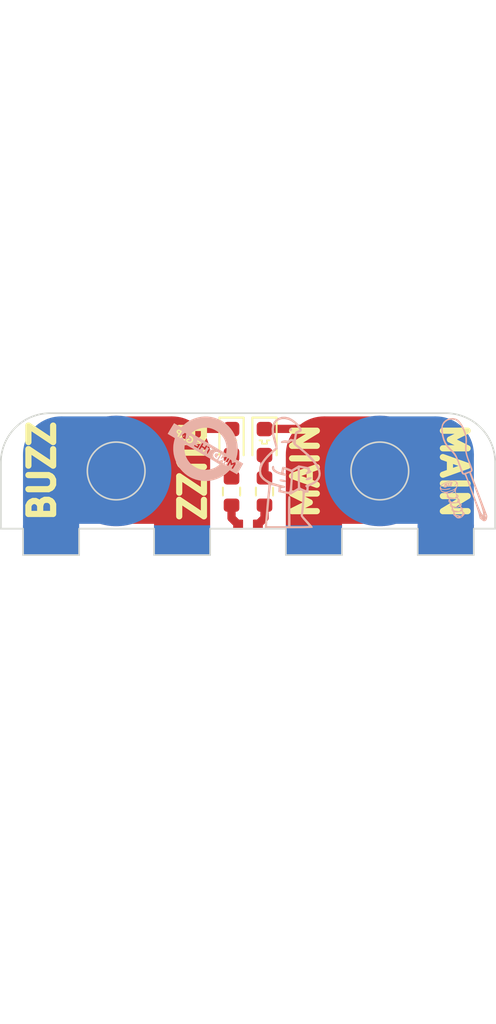
<source format=kicad_pcb>
(kicad_pcb (version 20211014) (generator pcbnew)
  (layers (0 "F.Cu" signal) (31 "B.Cu" signal) (34 "B.Paste" user) (35 "F.Paste" user) (36 "B.SilkS" user "B.Silkscreen") (37 "F.SilkS" user "F.Silkscreen") (38 "B.Mask" user) (39 "F.Mask" user) (44 "Edge.Cuts" user))
  (net 0 "")
  (footprint "LED_SMD:LED_0603_1608Metric" (layer "F.Cu") (at 101 94.75 -90)
    (fp_text reference "REF**" hide)
    (fp_text value "LED_0603_1608Metric")
    (pad "1" smd roundrect (at -0.7875 0 270) (size 0.875 0.95) (layers "F.Cu" "F.Paste" "F.Mask"))
    (pad "2" smd roundrect (at 0.7875 0 270) (size 0.875 0.95) (layers "F.Cu" "F.Paste" "F.Mask"))
  )
  (footprint "Resistor_SMD:R_0603_1608Metric" (layer "F.Cu") (at 101 97.75 -90)
    (fp_text reference "REF**" hide)
    (fp_text value "R_0603_1608Metric")
    (pad "1" smd roundrect (at -0.825 0 270) (size 0.8 0.95) (layers "F.Cu" "F.Paste" "F.Mask"))
    (pad "2" smd roundrect (at 0.825 0 270) (size 0.8 0.95) (layers "F.Cu" "F.Paste" "F.Mask"))
  )
  (footprint "LED_SMD:LED_0603_1608Metric" (layer "F.Cu") (at 99 94.75 -90)
    (fp_text reference "REF**" hide)
    (fp_text value "LED_0603_1608Metric")
    (pad "1" smd roundrect (at -0.7875 0 270) (size 0.875 0.95) (layers "F.Cu" "F.Paste" "F.Mask"))
    (pad "2" smd roundrect (at 0.7875 0 270) (size 0.875 0.95) (layers "F.Cu" "F.Paste" "F.Mask"))
  )
  (footprint "Resistor_SMD:R_0603_1608Metric" (layer "F.Cu") (at 99 97.75 -90)
    (fp_text reference "REF**" hide)
    (fp_text value "R_0603_1608Metric")
    (pad "1" smd roundrect (at -0.825 0 270) (size 0.8 0.95) (layers "F.Cu" "F.Paste" "F.Mask"))
    (pad "2" smd roundrect (at 0.825 0 270) (size 0.8 0.95) (layers "F.Cu" "F.Paste" "F.Mask"))
  )
  (footprint "LOGO" (layer "B.Cu") (at 113.250498 96.383565 -160)
    (fp_text reference "G***" hide)
    (fp_text value "LOGO" hide)
  )
  (footprint "LOGO" (layer "B.Cu") (at 97.4 95.15 150)
    (fp_text reference "G***" hide)
    (fp_text value "LOGO" hide)
  )
  (footprint "LOGO" (layer "B.Cu") (at 112.5 98.259215 -160)
    (fp_text reference "G***" hide)
    (fp_text value "LOGO" hide)
  )
  (footprint "LOGO" (layer "B.Cu") (at 102.55 96.6 180)
    (fp_text reference "G***" hide)
    (fp_text value "LOGO" hide)
  )
  (gr_circle (center 104.6 95.5) (end 106.9 95.5) (layer "F.Cu") (width 0.01) (fill solid))
  (gr_poly (pts (xy 89.75 99.8) (xy 86.35 99.8) (xy 86.35 101.6) (xy 89.75 101.6)) (layer "F.Cu") (width 0.01) (fill solid))
  (gr_poly (pts (xy 108 99.7) (xy 105.7 99.7) (xy 105.7 101.6) (xy 102.3 101.6) (xy 102.3 95.5) (xy 104.6 93.2) (xy 108 93.2)) (layer "F.Cu") (width 0.01) (fill solid))
  (gr_line (start 99 93.95) (end 95.15 93.95) (layer "F.Cu") (width 0.5))
  (gr_poly (pts (xy 113.7 99.75) (xy 110.3 99.75) (xy 110.3 101.55) (xy 113.7 101.55)) (layer "F.Cu") (width 0.01) (fill solid))
  (gr_rect (start 99.65 99.5) (end 99.15 100) (layer "F.Cu") (width 0.1) (fill solid))
  (gr_poly (pts (xy 95.4 93.2) (xy 97.7 95.45) (xy 97.7 101.6) (xy 94.3 101.6) (xy 94.3 99.7) (xy 92 99.7) (xy 92 93.2)) (layer "F.Cu") (width 0.01) (fill solid))
  (gr_circle (center 95.4 95.5) (end 97.7 95.5) (layer "F.Cu") (width 0.01) (fill solid))
  (gr_line (start 103.75 93.95) (end 101 93.95) (layer "F.Cu") (width 0.5))
  (gr_circle (center 108 96.5) (end 111.3 96.5) (layer "F.Cu") (width 0.1) (fill solid))
  (gr_circle (center 92 96.5) (end 88.7 96.5) (layer "F.Cu") (width 0.1) (fill solid))
  (gr_rect (start 100.85 99.5) (end 100.35 100) (layer "F.Cu") (width 0.1) (fill solid))
  (gr_poly (pts (xy 86.35 99.8) (xy 89.75 99.8) (xy 89.75 101.6) (xy 86.35 101.6)) (layer "B.Cu") (width 0.01) (fill solid))
  (gr_poly (pts (xy 111.4 93.2) (xy 113.7 95.45) (xy 113.7 101.6) (xy 110.3 101.6) (xy 110.3 99.7) (xy 108 99.7) (xy 108 93.2)) (layer "B.Cu") (width 0.01) (fill solid))
  (gr_circle (center 92 96.5) (end 88.7 96.5) (layer "B.Cu") (width 0.1) (fill solid))
  (gr_circle (center 111.4 95.5) (end 109.1 95.5) (layer "B.Cu") (width 0.01) (fill solid))
  (gr_poly (pts (xy 92.05 99.7) (xy 89.75 99.7) (xy 89.75 101.6) (xy 86.35 101.6) (xy 86.35 95.5) (xy 88.65 93.2) (xy 92.05 93.2)) (layer "B.Cu") (width 0.01) (fill solid))
  (gr_poly (pts (xy 110.3 99.8) (xy 113.7 99.8) (xy 113.7 101.6) (xy 110.3 101.6)) (layer "B.Cu") (width 0.01) (fill solid))
  (gr_poly (pts (xy 102.3 99.8) (xy 105.7 99.8) (xy 105.7 101.6) (xy 102.3 101.6)) (layer "B.Cu") (width 0.01) (fill solid))
  (gr_poly (pts (xy 94.3 99.8) (xy 97.7 99.8) (xy 97.7 101.6) (xy 94.3 101.6)) (layer "B.Cu") (width 0.01) (fill solid))
  (gr_circle (center 88.65 95.5) (end 86.35 95.5) (layer "B.Cu") (width 0.01) (fill solid))
  (gr_circle (center 108 96.5) (end 111.3 96.5) (layer "B.Cu") (width 0.1) (fill solid))
  (gr_line (start 98.7 94.65) (end 98.85 94.65) (layer "F.SilkS") (width 0.1))
  (gr_line (start 101.15 94.65) (end 101.3 94.65) (layer "F.SilkS") (width 0.1))
  (gr_line (start 98.85 94.85) (end 99.15 94.85) (layer "F.SilkS") (width 0.1))
  (gr_line (start 101.15 94.85) (end 101.15 94.65) (layer "F.SilkS") (width 0.1))
  (gr_line (start 100.7 94.65) (end 100.85 94.65) (layer "F.SilkS") (width 0.1))
  (gr_line (start 100.85 94.85) (end 101.15 94.85) (layer "F.SilkS") (width 0.1))
  (gr_line (start 99.15 94.85) (end 99.15 94.65) (layer "F.SilkS") (width 0.1))
  (gr_line (start 100.85 94.65) (end 100.85 94.85) (layer "F.SilkS") (width 0.1))
  (gr_line (start 99.15 94.65) (end 99.3 94.65) (layer "F.SilkS") (width 0.1))
  (gr_line (start 98.85 94.65) (end 98.85 94.85) (layer "F.SilkS") (width 0.1))
  (gr_line (start 113.7 101.6) (end 113.7 100) (layer "Edge.Cuts") (width 0.1))
  (gr_line (start 100 100) (end 102.3 100) (layer "Edge.Cuts") (width 0.1))
  (gr_line (start 112 93) (end 88 93) (layer "Edge.Cuts") (width 0.1))
  (gr_line (start 102.3 101.6) (end 105.7 101.6) (layer "Edge.Cuts") (width 0.1))
  (gr_line (start 97.7 101.6) (end 97.7 100) (layer "Edge.Cuts") (width 0.1))
  (gr_line (start 89.75 101.6) (end 89.75 100) (layer "Edge.Cuts") (width 0.1))
  (gr_line (start 102.3 100) (end 102.3 101.6) (layer "Edge.Cuts") (width 0.1))
  (gr_line (start 110.3 101.6) (end 110.3 100) (layer "Edge.Cuts") (width 0.1))
  (gr_line (start 94.3 101.6) (end 97.7 101.6) (layer "Edge.Cuts") (width 0.1))
  (gr_line (start 86.35 101.6) (end 89.75 101.6) (layer "Edge.Cuts") (width 0.1))
  (gr_line (start 94.3 101.6) (end 94.3 100) (layer "Edge.Cuts") (width 0.1))
  (gr_arc (start 85 96) (mid 85.87868 93.87868) (end 88 93) (layer "Edge.Cuts") (width 0.1))
  (gr_line (start 113.7 100) (end 115 100) (layer "Edge.Cuts") (width 0.1))
  (gr_line (start 86.35 100) (end 86.35 101.6) (layer "Edge.Cuts") (width 0.1))
  (gr_line (start 105.7 100) (end 110.3 100) (layer "Edge.Cuts") (width 0.1))
  (gr_arc (start 112 93) (mid 114.12132 93.87868) (end 115 96) (layer "Edge.Cuts") (width 0.1))
  (gr_circle (center 92 96.5) (end 93.75 96.5) (layer "Edge.Cuts") (width 0.1) (fill none))
  (gr_line (start 89.75 100) (end 94.3 100) (layer "Edge.Cuts") (width 0.1))
  (gr_line (start 110.3 101.6) (end 113.7 101.6) (layer "Edge.Cuts") (width 0.1))
  (gr_line (start 85 100) (end 86.35 100) (layer "Edge.Cuts") (width 0.1))
  (gr_line (start 105.7 101.6) (end 105.7 100) (layer "Edge.Cuts") (width 0.1))
  (gr_line (start 85 100) (end 85 96) (layer "Edge.Cuts") (width 0.1))
  (gr_line (start 97.7 100) (end 100 100) (layer "Edge.Cuts") (width 0.1))
  (gr_circle (center 108 96.5) (end 109.75 96.5) (layer "Edge.Cuts") (width 0.1) (fill none))
  (gr_line (start 115 100) (end 115 96) (layer "Edge.Cuts") (width 0.1))
  (gr_text "BUZZ" (at 87.5 96.5 90) (layer "F.SilkS") (effects (font (size 1.5 1.5) (thickness 0.375))))
  (gr_text "BUZZ" (at 96.5 96.5 270) (layer "F.SilkS") (effects (font (size 1.5 1.5) (thickness 0.375))))
  (gr_text "MAIN" (at 103.5 96.5 90) (layer "F.SilkS") (effects (font (size 1.5 1.6) (thickness 0.375))))
  (gr_text "MAIN" (at 112.5 96.5 270) (layer "F.SilkS") (effects (font (size 1.5 1.6) (thickness 0.375))))
  (segment (start 99 95.5375) (end 99 96.925) (width 0.5) (layer "F.Cu") (net 0))
  (segment (start 101 99.35) (end 100.6 99.75) (width 0.5) (layer "F.Cu") (net 0))
  (segment (start 99 99.35) (end 99.4 99.75) (width 0.5) (layer "F.Cu") (net 0))
  (segment (start 101 98.575) (end 101 99.35) (width 0.5) (layer "F.Cu") (net 0))
  (segment (start 101 95.5375) (end 101 96.925) (width 0.5) (layer "F.Cu") (net 0))
  (segment (start 99 98.575) (end 99 99.35) (width 0.5) (layer "F.Cu") (net 0))
)
</source>
